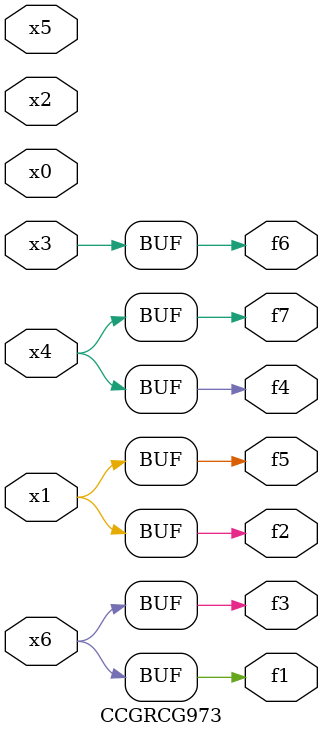
<source format=v>
module CCGRCG973(
	input x0, x1, x2, x3, x4, x5, x6,
	output f1, f2, f3, f4, f5, f6, f7
);
	assign f1 = x6;
	assign f2 = x1;
	assign f3 = x6;
	assign f4 = x4;
	assign f5 = x1;
	assign f6 = x3;
	assign f7 = x4;
endmodule

</source>
